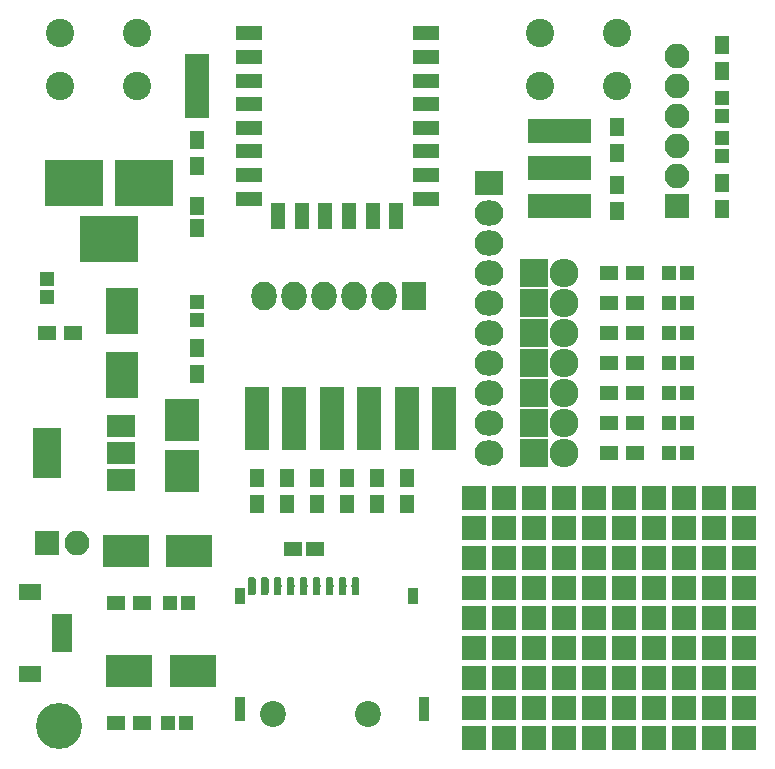
<source format=gbr>
G04 #@! TF.GenerationSoftware,KiCad,Pcbnew,(2016-12-16 revision f631ae2)-makepkg*
G04 #@! TF.CreationDate,2017-02-21T16:59:48-05:00*
G04 #@! TF.ProjectId,orc-esp1,6F72632D657370312E6B696361645F70,1*
G04 #@! TF.FileFunction,Soldermask,Top*
G04 #@! TF.FilePolarity,Negative*
%FSLAX46Y46*%
G04 Gerber Fmt 4.6, Leading zero omitted, Abs format (unit mm)*
G04 Created by KiCad (PCBNEW (2016-12-16 revision f631ae2)-makepkg) date 02/21/17 16:59:48*
%MOMM*%
%LPD*%
G01*
G04 APERTURE LIST*
%ADD10C,0.100000*%
%ADD11R,1.750000X0.800000*%
%ADD12R,1.950000X1.400000*%
%ADD13R,4.900000X3.900120*%
%ADD14C,3.900120*%
%ADD15R,2.100000X2.100000*%
%ADD16O,2.100000X2.100000*%
%ADD17C,2.400000*%
%ADD18R,2.300000X1.300000*%
%ADD19R,1.300000X2.300000*%
%ADD20R,2.400000X1.900000*%
%ADD21R,2.400000X4.200000*%
%ADD22O,2.432000X2.127200*%
%ADD23R,2.432000X2.127200*%
%ADD24R,1.600000X1.150000*%
%ADD25R,1.150000X1.600000*%
%ADD26R,2.900000X3.600000*%
%ADD27R,3.900120X2.701240*%
%ADD28R,2.701240X3.900120*%
%ADD29R,1.197560X1.197560*%
%ADD30R,2.432000X2.432000*%
%ADD31O,2.432000X2.432000*%
%ADD32O,2.127200X2.432000*%
%ADD33R,2.127200X2.432000*%
%ADD34R,1.600000X1.300000*%
%ADD35R,1.300000X1.600000*%
%ADD36R,2.100000X3.600000*%
%ADD37R,2.100000X2.400000*%
%ADD38R,2.400000X2.100000*%
%ADD39R,3.600000X2.100000*%
%ADD40C,0.670000*%
%ADD41R,0.850000X1.400000*%
%ADD42R,0.850000X2.000000*%
%ADD43C,2.200000*%
G04 APERTURE END LIST*
D10*
D11*
X109220000Y-129480000D03*
X109220000Y-130130000D03*
X109220000Y-130780000D03*
X109220000Y-131430000D03*
X109220000Y-132080000D03*
D12*
X106520000Y-127280000D03*
X106520000Y-134280000D03*
D13*
X113205260Y-97409000D03*
X110205520Y-92710000D03*
X116205000Y-92710000D03*
D14*
X108966000Y-138684000D03*
D15*
X167005000Y-139700000D03*
X164465000Y-139700000D03*
X161925000Y-139700000D03*
X159385000Y-139700000D03*
X156845000Y-139700000D03*
X154305000Y-139700000D03*
X151765000Y-139700000D03*
X149225000Y-139700000D03*
X146685000Y-139700000D03*
X144145000Y-139700000D03*
X167005000Y-137160000D03*
X164465000Y-137160000D03*
X161925000Y-137160000D03*
X159385000Y-137160000D03*
X156845000Y-137160000D03*
X154305000Y-137160000D03*
X151765000Y-137160000D03*
X149225000Y-137160000D03*
X146685000Y-137160000D03*
X144145000Y-137160000D03*
X167005000Y-134620000D03*
X164465000Y-134620000D03*
X161925000Y-134620000D03*
X159385000Y-134620000D03*
X156845000Y-134620000D03*
X154305000Y-134620000D03*
X151765000Y-134620000D03*
X149225000Y-134620000D03*
X146685000Y-134620000D03*
X144145000Y-134620000D03*
X167005000Y-132080000D03*
X164465000Y-132080000D03*
X161925000Y-132080000D03*
X159385000Y-132080000D03*
X156845000Y-132080000D03*
X154305000Y-132080000D03*
X151765000Y-132080000D03*
X149225000Y-132080000D03*
X146685000Y-132080000D03*
X144145000Y-132080000D03*
X167005000Y-129540000D03*
X164465000Y-129540000D03*
X161925000Y-129540000D03*
X159385000Y-129540000D03*
X156845000Y-129540000D03*
X154305000Y-129540000D03*
X151765000Y-129540000D03*
X149225000Y-129540000D03*
X146685000Y-129540000D03*
X144145000Y-129540000D03*
X167005000Y-127000000D03*
X164465000Y-127000000D03*
X161925000Y-127000000D03*
X159385000Y-127000000D03*
X156845000Y-127000000D03*
X154305000Y-127000000D03*
X151765000Y-127000000D03*
X149225000Y-127000000D03*
X146685000Y-127000000D03*
X144145000Y-127000000D03*
X167005000Y-124460000D03*
X164465000Y-124460000D03*
X161925000Y-124460000D03*
X159385000Y-124460000D03*
X156845000Y-124460000D03*
X154305000Y-124460000D03*
X151765000Y-124460000D03*
X149225000Y-124460000D03*
X146685000Y-124460000D03*
X144145000Y-124460000D03*
X167005000Y-121920000D03*
X164465000Y-121920000D03*
X161925000Y-121920000D03*
X159385000Y-121920000D03*
X156845000Y-121920000D03*
X154305000Y-121920000D03*
X151765000Y-121920000D03*
X149225000Y-121920000D03*
X146685000Y-121920000D03*
X144145000Y-121920000D03*
X167005000Y-119380000D03*
X164465000Y-119380000D03*
X161925000Y-119380000D03*
X159385000Y-119380000D03*
X156845000Y-119380000D03*
X154305000Y-119380000D03*
X151765000Y-119380000D03*
X149225000Y-119380000D03*
X146685000Y-119380000D03*
X144145000Y-119380000D03*
D16*
X110490000Y-123190000D03*
D15*
X107950000Y-123190000D03*
D16*
X161290000Y-81915000D03*
X161290000Y-84455000D03*
X161290000Y-86995000D03*
X161290000Y-89535000D03*
X161290000Y-92075000D03*
D15*
X161290000Y-94615000D03*
D17*
X156210000Y-80010000D03*
X156210000Y-84510000D03*
X149710000Y-80010000D03*
X149710000Y-84510000D03*
X109070000Y-84455000D03*
X109070000Y-79955000D03*
X115570000Y-84455000D03*
X115570000Y-79955000D03*
D18*
X140025179Y-80010000D03*
X140025179Y-82010000D03*
X140025179Y-84010000D03*
X140025179Y-86010000D03*
X140025179Y-88010000D03*
X140025179Y-90010000D03*
X140025179Y-92010000D03*
X140025179Y-94010000D03*
X125025179Y-94010000D03*
X125025179Y-92010000D03*
X125025179Y-90010000D03*
X125025179Y-88010000D03*
X125025179Y-86010000D03*
X125025179Y-84010000D03*
X125025179Y-82010000D03*
X125025179Y-80010000D03*
D19*
X127525179Y-95510000D03*
X129525179Y-95510000D03*
X131525179Y-95510000D03*
X133525179Y-95510000D03*
X135525179Y-95510000D03*
X137525179Y-95510000D03*
D20*
X114250000Y-117870000D03*
X114250000Y-113270000D03*
X114250000Y-115570000D03*
D21*
X107950000Y-115570000D03*
D22*
X145415000Y-115570000D03*
X145415000Y-113030000D03*
X145415000Y-110490000D03*
X145415000Y-107950000D03*
X145415000Y-105410000D03*
X145415000Y-102870000D03*
X145415000Y-100330000D03*
X145415000Y-97790000D03*
X145415000Y-95250000D03*
D23*
X145415000Y-92710000D03*
D24*
X130678000Y-123698000D03*
X128778000Y-123698000D03*
D25*
X120650000Y-96515000D03*
X120650000Y-94615000D03*
D26*
X119380000Y-117076000D03*
X119380000Y-112776000D03*
D27*
X114614960Y-123825000D03*
X120015000Y-123825000D03*
D28*
X114300000Y-108905040D03*
X114300000Y-103505000D03*
D27*
X114935000Y-133985000D03*
X120335040Y-133985000D03*
D29*
X119735600Y-138430000D03*
X118237000Y-138430000D03*
X107950000Y-102349300D03*
X107950000Y-100850700D03*
X119862600Y-128270000D03*
X118364000Y-128270000D03*
X160655000Y-115570000D03*
X162153600Y-115570000D03*
X162153600Y-113030000D03*
X160655000Y-113030000D03*
X160655000Y-107950000D03*
X162153600Y-107950000D03*
X162153600Y-105410000D03*
X160655000Y-105410000D03*
X160655000Y-102870000D03*
X162153600Y-102870000D03*
X162153600Y-100330000D03*
X160655000Y-100330000D03*
X165100000Y-90398600D03*
X165100000Y-88900000D03*
X165100000Y-86995000D03*
X165100000Y-85496400D03*
X120650000Y-104254300D03*
X120650000Y-102755700D03*
X162153600Y-110490000D03*
X160655000Y-110490000D03*
D30*
X149225000Y-115570000D03*
D31*
X151765000Y-115570000D03*
X151765000Y-110490000D03*
D30*
X149225000Y-110490000D03*
X149225000Y-105410000D03*
D31*
X151765000Y-105410000D03*
X151765000Y-102870000D03*
D30*
X149225000Y-102870000D03*
D31*
X151765000Y-113030000D03*
D30*
X149225000Y-113030000D03*
X149225000Y-100330000D03*
D31*
X151765000Y-100330000D03*
X151765000Y-107950000D03*
D30*
X149225000Y-107950000D03*
D32*
X126365000Y-102235000D03*
X128905000Y-102235000D03*
X131445000Y-102235000D03*
X133985000Y-102235000D03*
X136525000Y-102235000D03*
D33*
X139065000Y-102235000D03*
D34*
X157775000Y-105410000D03*
X155575000Y-105410000D03*
X155575000Y-102870000D03*
X157775000Y-102870000D03*
X157775000Y-100330000D03*
X155575000Y-100330000D03*
D35*
X165100000Y-94910000D03*
X165100000Y-92710000D03*
X165100000Y-83185000D03*
X165100000Y-80985000D03*
X120650000Y-108880000D03*
X120650000Y-106680000D03*
X130810000Y-117645000D03*
X130810000Y-119845000D03*
X125730000Y-119845000D03*
X125730000Y-117645000D03*
X138430000Y-117645000D03*
X138430000Y-119845000D03*
D34*
X155575000Y-110490000D03*
X157775000Y-110490000D03*
X157775000Y-107950000D03*
X155575000Y-107950000D03*
X155575000Y-115570000D03*
X157775000Y-115570000D03*
X157775000Y-113030000D03*
X155575000Y-113030000D03*
X113835000Y-138430000D03*
X116035000Y-138430000D03*
D35*
X128270000Y-117645000D03*
X128270000Y-119845000D03*
X133350000Y-119845000D03*
X133350000Y-117645000D03*
X120650000Y-89070000D03*
X120650000Y-91270000D03*
X156210000Y-92880000D03*
X156210000Y-95080000D03*
X156210000Y-87970000D03*
X156210000Y-90170000D03*
X135890000Y-119845000D03*
X135890000Y-117645000D03*
D34*
X107950000Y-105410000D03*
X110150000Y-105410000D03*
X113835000Y-128270000D03*
X116035000Y-128270000D03*
D36*
X120650000Y-84455000D03*
D37*
X120650000Y-85955000D03*
X120650000Y-82955000D03*
X132080000Y-111125000D03*
X132080000Y-114125000D03*
D36*
X132080000Y-112625000D03*
X125730000Y-112625000D03*
D37*
X125730000Y-114125000D03*
X125730000Y-111125000D03*
X138430000Y-111125000D03*
X138430000Y-114125000D03*
D36*
X138430000Y-112625000D03*
X141605000Y-112625000D03*
D37*
X141605000Y-114125000D03*
X141605000Y-111125000D03*
X128905000Y-111125000D03*
X128905000Y-114125000D03*
D36*
X128905000Y-112625000D03*
X135255000Y-112625000D03*
D37*
X135255000Y-114125000D03*
X135255000Y-111125000D03*
D38*
X152860000Y-88265000D03*
X149860000Y-88265000D03*
D39*
X151360000Y-88265000D03*
X151360000Y-91440000D03*
D38*
X149860000Y-91440000D03*
X152860000Y-91440000D03*
X149860000Y-94615000D03*
X152860000Y-94615000D03*
D39*
X151360000Y-94615000D03*
D10*
G36*
X125463918Y-126085807D02*
X125480178Y-126088218D01*
X125496123Y-126092212D01*
X125511599Y-126097750D01*
X125526459Y-126104778D01*
X125540558Y-126113229D01*
X125553761Y-126123021D01*
X125565940Y-126134060D01*
X125576979Y-126146239D01*
X125586771Y-126159442D01*
X125595222Y-126173541D01*
X125602250Y-126188401D01*
X125607788Y-126203877D01*
X125611782Y-126219822D01*
X125614193Y-126236082D01*
X125615000Y-126252500D01*
X125615000Y-127417500D01*
X125614193Y-127433918D01*
X125611782Y-127450178D01*
X125607788Y-127466123D01*
X125602250Y-127481599D01*
X125595222Y-127496459D01*
X125586771Y-127510558D01*
X125576979Y-127523761D01*
X125565940Y-127535940D01*
X125553761Y-127546979D01*
X125540558Y-127556771D01*
X125526459Y-127565222D01*
X125511599Y-127572250D01*
X125496123Y-127577788D01*
X125480178Y-127581782D01*
X125463918Y-127584193D01*
X125447500Y-127585000D01*
X125112500Y-127585000D01*
X125096082Y-127584193D01*
X125079822Y-127581782D01*
X125063877Y-127577788D01*
X125048401Y-127572250D01*
X125033541Y-127565222D01*
X125019442Y-127556771D01*
X125006239Y-127546979D01*
X124994060Y-127535940D01*
X124983021Y-127523761D01*
X124973229Y-127510558D01*
X124964778Y-127496459D01*
X124957750Y-127481599D01*
X124952212Y-127466123D01*
X124948218Y-127450178D01*
X124945807Y-127433918D01*
X124945000Y-127417500D01*
X124945000Y-126252500D01*
X124945807Y-126236082D01*
X124948218Y-126219822D01*
X124952212Y-126203877D01*
X124957750Y-126188401D01*
X124964778Y-126173541D01*
X124973229Y-126159442D01*
X124983021Y-126146239D01*
X124994060Y-126134060D01*
X125006239Y-126123021D01*
X125019442Y-126113229D01*
X125033541Y-126104778D01*
X125048401Y-126097750D01*
X125063877Y-126092212D01*
X125079822Y-126088218D01*
X125096082Y-126085807D01*
X125112500Y-126085000D01*
X125447500Y-126085000D01*
X125463918Y-126085807D01*
X125463918Y-126085807D01*
G37*
D40*
X125280000Y-126835000D03*
D41*
X124280000Y-127635000D03*
X138980000Y-127635000D03*
D42*
X124280000Y-137235000D03*
X139880000Y-137235000D03*
D10*
G36*
X126563918Y-126085807D02*
X126580178Y-126088218D01*
X126596123Y-126092212D01*
X126611599Y-126097750D01*
X126626459Y-126104778D01*
X126640558Y-126113229D01*
X126653761Y-126123021D01*
X126665940Y-126134060D01*
X126676979Y-126146239D01*
X126686771Y-126159442D01*
X126695222Y-126173541D01*
X126702250Y-126188401D01*
X126707788Y-126203877D01*
X126711782Y-126219822D01*
X126714193Y-126236082D01*
X126715000Y-126252500D01*
X126715000Y-127417500D01*
X126714193Y-127433918D01*
X126711782Y-127450178D01*
X126707788Y-127466123D01*
X126702250Y-127481599D01*
X126695222Y-127496459D01*
X126686771Y-127510558D01*
X126676979Y-127523761D01*
X126665940Y-127535940D01*
X126653761Y-127546979D01*
X126640558Y-127556771D01*
X126626459Y-127565222D01*
X126611599Y-127572250D01*
X126596123Y-127577788D01*
X126580178Y-127581782D01*
X126563918Y-127584193D01*
X126547500Y-127585000D01*
X126212500Y-127585000D01*
X126196082Y-127584193D01*
X126179822Y-127581782D01*
X126163877Y-127577788D01*
X126148401Y-127572250D01*
X126133541Y-127565222D01*
X126119442Y-127556771D01*
X126106239Y-127546979D01*
X126094060Y-127535940D01*
X126083021Y-127523761D01*
X126073229Y-127510558D01*
X126064778Y-127496459D01*
X126057750Y-127481599D01*
X126052212Y-127466123D01*
X126048218Y-127450178D01*
X126045807Y-127433918D01*
X126045000Y-127417500D01*
X126045000Y-126252500D01*
X126045807Y-126236082D01*
X126048218Y-126219822D01*
X126052212Y-126203877D01*
X126057750Y-126188401D01*
X126064778Y-126173541D01*
X126073229Y-126159442D01*
X126083021Y-126146239D01*
X126094060Y-126134060D01*
X126106239Y-126123021D01*
X126119442Y-126113229D01*
X126133541Y-126104778D01*
X126148401Y-126097750D01*
X126163877Y-126092212D01*
X126179822Y-126088218D01*
X126196082Y-126085807D01*
X126212500Y-126085000D01*
X126547500Y-126085000D01*
X126563918Y-126085807D01*
X126563918Y-126085807D01*
G37*
D40*
X126380000Y-126835000D03*
D10*
G36*
X127663918Y-126085807D02*
X127680178Y-126088218D01*
X127696123Y-126092212D01*
X127711599Y-126097750D01*
X127726459Y-126104778D01*
X127740558Y-126113229D01*
X127753761Y-126123021D01*
X127765940Y-126134060D01*
X127776979Y-126146239D01*
X127786771Y-126159442D01*
X127795222Y-126173541D01*
X127802250Y-126188401D01*
X127807788Y-126203877D01*
X127811782Y-126219822D01*
X127814193Y-126236082D01*
X127815000Y-126252500D01*
X127815000Y-127417500D01*
X127814193Y-127433918D01*
X127811782Y-127450178D01*
X127807788Y-127466123D01*
X127802250Y-127481599D01*
X127795222Y-127496459D01*
X127786771Y-127510558D01*
X127776979Y-127523761D01*
X127765940Y-127535940D01*
X127753761Y-127546979D01*
X127740558Y-127556771D01*
X127726459Y-127565222D01*
X127711599Y-127572250D01*
X127696123Y-127577788D01*
X127680178Y-127581782D01*
X127663918Y-127584193D01*
X127647500Y-127585000D01*
X127312500Y-127585000D01*
X127296082Y-127584193D01*
X127279822Y-127581782D01*
X127263877Y-127577788D01*
X127248401Y-127572250D01*
X127233541Y-127565222D01*
X127219442Y-127556771D01*
X127206239Y-127546979D01*
X127194060Y-127535940D01*
X127183021Y-127523761D01*
X127173229Y-127510558D01*
X127164778Y-127496459D01*
X127157750Y-127481599D01*
X127152212Y-127466123D01*
X127148218Y-127450178D01*
X127145807Y-127433918D01*
X127145000Y-127417500D01*
X127145000Y-126252500D01*
X127145807Y-126236082D01*
X127148218Y-126219822D01*
X127152212Y-126203877D01*
X127157750Y-126188401D01*
X127164778Y-126173541D01*
X127173229Y-126159442D01*
X127183021Y-126146239D01*
X127194060Y-126134060D01*
X127206239Y-126123021D01*
X127219442Y-126113229D01*
X127233541Y-126104778D01*
X127248401Y-126097750D01*
X127263877Y-126092212D01*
X127279822Y-126088218D01*
X127296082Y-126085807D01*
X127312500Y-126085000D01*
X127647500Y-126085000D01*
X127663918Y-126085807D01*
X127663918Y-126085807D01*
G37*
D40*
X127480000Y-126835000D03*
D10*
G36*
X128763918Y-126085807D02*
X128780178Y-126088218D01*
X128796123Y-126092212D01*
X128811599Y-126097750D01*
X128826459Y-126104778D01*
X128840558Y-126113229D01*
X128853761Y-126123021D01*
X128865940Y-126134060D01*
X128876979Y-126146239D01*
X128886771Y-126159442D01*
X128895222Y-126173541D01*
X128902250Y-126188401D01*
X128907788Y-126203877D01*
X128911782Y-126219822D01*
X128914193Y-126236082D01*
X128915000Y-126252500D01*
X128915000Y-127417500D01*
X128914193Y-127433918D01*
X128911782Y-127450178D01*
X128907788Y-127466123D01*
X128902250Y-127481599D01*
X128895222Y-127496459D01*
X128886771Y-127510558D01*
X128876979Y-127523761D01*
X128865940Y-127535940D01*
X128853761Y-127546979D01*
X128840558Y-127556771D01*
X128826459Y-127565222D01*
X128811599Y-127572250D01*
X128796123Y-127577788D01*
X128780178Y-127581782D01*
X128763918Y-127584193D01*
X128747500Y-127585000D01*
X128412500Y-127585000D01*
X128396082Y-127584193D01*
X128379822Y-127581782D01*
X128363877Y-127577788D01*
X128348401Y-127572250D01*
X128333541Y-127565222D01*
X128319442Y-127556771D01*
X128306239Y-127546979D01*
X128294060Y-127535940D01*
X128283021Y-127523761D01*
X128273229Y-127510558D01*
X128264778Y-127496459D01*
X128257750Y-127481599D01*
X128252212Y-127466123D01*
X128248218Y-127450178D01*
X128245807Y-127433918D01*
X128245000Y-127417500D01*
X128245000Y-126252500D01*
X128245807Y-126236082D01*
X128248218Y-126219822D01*
X128252212Y-126203877D01*
X128257750Y-126188401D01*
X128264778Y-126173541D01*
X128273229Y-126159442D01*
X128283021Y-126146239D01*
X128294060Y-126134060D01*
X128306239Y-126123021D01*
X128319442Y-126113229D01*
X128333541Y-126104778D01*
X128348401Y-126097750D01*
X128363877Y-126092212D01*
X128379822Y-126088218D01*
X128396082Y-126085807D01*
X128412500Y-126085000D01*
X128747500Y-126085000D01*
X128763918Y-126085807D01*
X128763918Y-126085807D01*
G37*
D40*
X128580000Y-126835000D03*
D10*
G36*
X129863918Y-126085807D02*
X129880178Y-126088218D01*
X129896123Y-126092212D01*
X129911599Y-126097750D01*
X129926459Y-126104778D01*
X129940558Y-126113229D01*
X129953761Y-126123021D01*
X129965940Y-126134060D01*
X129976979Y-126146239D01*
X129986771Y-126159442D01*
X129995222Y-126173541D01*
X130002250Y-126188401D01*
X130007788Y-126203877D01*
X130011782Y-126219822D01*
X130014193Y-126236082D01*
X130015000Y-126252500D01*
X130015000Y-127417500D01*
X130014193Y-127433918D01*
X130011782Y-127450178D01*
X130007788Y-127466123D01*
X130002250Y-127481599D01*
X129995222Y-127496459D01*
X129986771Y-127510558D01*
X129976979Y-127523761D01*
X129965940Y-127535940D01*
X129953761Y-127546979D01*
X129940558Y-127556771D01*
X129926459Y-127565222D01*
X129911599Y-127572250D01*
X129896123Y-127577788D01*
X129880178Y-127581782D01*
X129863918Y-127584193D01*
X129847500Y-127585000D01*
X129512500Y-127585000D01*
X129496082Y-127584193D01*
X129479822Y-127581782D01*
X129463877Y-127577788D01*
X129448401Y-127572250D01*
X129433541Y-127565222D01*
X129419442Y-127556771D01*
X129406239Y-127546979D01*
X129394060Y-127535940D01*
X129383021Y-127523761D01*
X129373229Y-127510558D01*
X129364778Y-127496459D01*
X129357750Y-127481599D01*
X129352212Y-127466123D01*
X129348218Y-127450178D01*
X129345807Y-127433918D01*
X129345000Y-127417500D01*
X129345000Y-126252500D01*
X129345807Y-126236082D01*
X129348218Y-126219822D01*
X129352212Y-126203877D01*
X129357750Y-126188401D01*
X129364778Y-126173541D01*
X129373229Y-126159442D01*
X129383021Y-126146239D01*
X129394060Y-126134060D01*
X129406239Y-126123021D01*
X129419442Y-126113229D01*
X129433541Y-126104778D01*
X129448401Y-126097750D01*
X129463877Y-126092212D01*
X129479822Y-126088218D01*
X129496082Y-126085807D01*
X129512500Y-126085000D01*
X129847500Y-126085000D01*
X129863918Y-126085807D01*
X129863918Y-126085807D01*
G37*
D40*
X129680000Y-126835000D03*
D10*
G36*
X130963918Y-126085807D02*
X130980178Y-126088218D01*
X130996123Y-126092212D01*
X131011599Y-126097750D01*
X131026459Y-126104778D01*
X131040558Y-126113229D01*
X131053761Y-126123021D01*
X131065940Y-126134060D01*
X131076979Y-126146239D01*
X131086771Y-126159442D01*
X131095222Y-126173541D01*
X131102250Y-126188401D01*
X131107788Y-126203877D01*
X131111782Y-126219822D01*
X131114193Y-126236082D01*
X131115000Y-126252500D01*
X131115000Y-127417500D01*
X131114193Y-127433918D01*
X131111782Y-127450178D01*
X131107788Y-127466123D01*
X131102250Y-127481599D01*
X131095222Y-127496459D01*
X131086771Y-127510558D01*
X131076979Y-127523761D01*
X131065940Y-127535940D01*
X131053761Y-127546979D01*
X131040558Y-127556771D01*
X131026459Y-127565222D01*
X131011599Y-127572250D01*
X130996123Y-127577788D01*
X130980178Y-127581782D01*
X130963918Y-127584193D01*
X130947500Y-127585000D01*
X130612500Y-127585000D01*
X130596082Y-127584193D01*
X130579822Y-127581782D01*
X130563877Y-127577788D01*
X130548401Y-127572250D01*
X130533541Y-127565222D01*
X130519442Y-127556771D01*
X130506239Y-127546979D01*
X130494060Y-127535940D01*
X130483021Y-127523761D01*
X130473229Y-127510558D01*
X130464778Y-127496459D01*
X130457750Y-127481599D01*
X130452212Y-127466123D01*
X130448218Y-127450178D01*
X130445807Y-127433918D01*
X130445000Y-127417500D01*
X130445000Y-126252500D01*
X130445807Y-126236082D01*
X130448218Y-126219822D01*
X130452212Y-126203877D01*
X130457750Y-126188401D01*
X130464778Y-126173541D01*
X130473229Y-126159442D01*
X130483021Y-126146239D01*
X130494060Y-126134060D01*
X130506239Y-126123021D01*
X130519442Y-126113229D01*
X130533541Y-126104778D01*
X130548401Y-126097750D01*
X130563877Y-126092212D01*
X130579822Y-126088218D01*
X130596082Y-126085807D01*
X130612500Y-126085000D01*
X130947500Y-126085000D01*
X130963918Y-126085807D01*
X130963918Y-126085807D01*
G37*
D40*
X130780000Y-126835000D03*
D10*
G36*
X132063918Y-126085807D02*
X132080178Y-126088218D01*
X132096123Y-126092212D01*
X132111599Y-126097750D01*
X132126459Y-126104778D01*
X132140558Y-126113229D01*
X132153761Y-126123021D01*
X132165940Y-126134060D01*
X132176979Y-126146239D01*
X132186771Y-126159442D01*
X132195222Y-126173541D01*
X132202250Y-126188401D01*
X132207788Y-126203877D01*
X132211782Y-126219822D01*
X132214193Y-126236082D01*
X132215000Y-126252500D01*
X132215000Y-127417500D01*
X132214193Y-127433918D01*
X132211782Y-127450178D01*
X132207788Y-127466123D01*
X132202250Y-127481599D01*
X132195222Y-127496459D01*
X132186771Y-127510558D01*
X132176979Y-127523761D01*
X132165940Y-127535940D01*
X132153761Y-127546979D01*
X132140558Y-127556771D01*
X132126459Y-127565222D01*
X132111599Y-127572250D01*
X132096123Y-127577788D01*
X132080178Y-127581782D01*
X132063918Y-127584193D01*
X132047500Y-127585000D01*
X131712500Y-127585000D01*
X131696082Y-127584193D01*
X131679822Y-127581782D01*
X131663877Y-127577788D01*
X131648401Y-127572250D01*
X131633541Y-127565222D01*
X131619442Y-127556771D01*
X131606239Y-127546979D01*
X131594060Y-127535940D01*
X131583021Y-127523761D01*
X131573229Y-127510558D01*
X131564778Y-127496459D01*
X131557750Y-127481599D01*
X131552212Y-127466123D01*
X131548218Y-127450178D01*
X131545807Y-127433918D01*
X131545000Y-127417500D01*
X131545000Y-126252500D01*
X131545807Y-126236082D01*
X131548218Y-126219822D01*
X131552212Y-126203877D01*
X131557750Y-126188401D01*
X131564778Y-126173541D01*
X131573229Y-126159442D01*
X131583021Y-126146239D01*
X131594060Y-126134060D01*
X131606239Y-126123021D01*
X131619442Y-126113229D01*
X131633541Y-126104778D01*
X131648401Y-126097750D01*
X131663877Y-126092212D01*
X131679822Y-126088218D01*
X131696082Y-126085807D01*
X131712500Y-126085000D01*
X132047500Y-126085000D01*
X132063918Y-126085807D01*
X132063918Y-126085807D01*
G37*
D40*
X131880000Y-126835000D03*
D10*
G36*
X133163918Y-126085807D02*
X133180178Y-126088218D01*
X133196123Y-126092212D01*
X133211599Y-126097750D01*
X133226459Y-126104778D01*
X133240558Y-126113229D01*
X133253761Y-126123021D01*
X133265940Y-126134060D01*
X133276979Y-126146239D01*
X133286771Y-126159442D01*
X133295222Y-126173541D01*
X133302250Y-126188401D01*
X133307788Y-126203877D01*
X133311782Y-126219822D01*
X133314193Y-126236082D01*
X133315000Y-126252500D01*
X133315000Y-127417500D01*
X133314193Y-127433918D01*
X133311782Y-127450178D01*
X133307788Y-127466123D01*
X133302250Y-127481599D01*
X133295222Y-127496459D01*
X133286771Y-127510558D01*
X133276979Y-127523761D01*
X133265940Y-127535940D01*
X133253761Y-127546979D01*
X133240558Y-127556771D01*
X133226459Y-127565222D01*
X133211599Y-127572250D01*
X133196123Y-127577788D01*
X133180178Y-127581782D01*
X133163918Y-127584193D01*
X133147500Y-127585000D01*
X132812500Y-127585000D01*
X132796082Y-127584193D01*
X132779822Y-127581782D01*
X132763877Y-127577788D01*
X132748401Y-127572250D01*
X132733541Y-127565222D01*
X132719442Y-127556771D01*
X132706239Y-127546979D01*
X132694060Y-127535940D01*
X132683021Y-127523761D01*
X132673229Y-127510558D01*
X132664778Y-127496459D01*
X132657750Y-127481599D01*
X132652212Y-127466123D01*
X132648218Y-127450178D01*
X132645807Y-127433918D01*
X132645000Y-127417500D01*
X132645000Y-126252500D01*
X132645807Y-126236082D01*
X132648218Y-126219822D01*
X132652212Y-126203877D01*
X132657750Y-126188401D01*
X132664778Y-126173541D01*
X132673229Y-126159442D01*
X132683021Y-126146239D01*
X132694060Y-126134060D01*
X132706239Y-126123021D01*
X132719442Y-126113229D01*
X132733541Y-126104778D01*
X132748401Y-126097750D01*
X132763877Y-126092212D01*
X132779822Y-126088218D01*
X132796082Y-126085807D01*
X132812500Y-126085000D01*
X133147500Y-126085000D01*
X133163918Y-126085807D01*
X133163918Y-126085807D01*
G37*
D40*
X132980000Y-126835000D03*
D10*
G36*
X134263918Y-126085807D02*
X134280178Y-126088218D01*
X134296123Y-126092212D01*
X134311599Y-126097750D01*
X134326459Y-126104778D01*
X134340558Y-126113229D01*
X134353761Y-126123021D01*
X134365940Y-126134060D01*
X134376979Y-126146239D01*
X134386771Y-126159442D01*
X134395222Y-126173541D01*
X134402250Y-126188401D01*
X134407788Y-126203877D01*
X134411782Y-126219822D01*
X134414193Y-126236082D01*
X134415000Y-126252500D01*
X134415000Y-127417500D01*
X134414193Y-127433918D01*
X134411782Y-127450178D01*
X134407788Y-127466123D01*
X134402250Y-127481599D01*
X134395222Y-127496459D01*
X134386771Y-127510558D01*
X134376979Y-127523761D01*
X134365940Y-127535940D01*
X134353761Y-127546979D01*
X134340558Y-127556771D01*
X134326459Y-127565222D01*
X134311599Y-127572250D01*
X134296123Y-127577788D01*
X134280178Y-127581782D01*
X134263918Y-127584193D01*
X134247500Y-127585000D01*
X133912500Y-127585000D01*
X133896082Y-127584193D01*
X133879822Y-127581782D01*
X133863877Y-127577788D01*
X133848401Y-127572250D01*
X133833541Y-127565222D01*
X133819442Y-127556771D01*
X133806239Y-127546979D01*
X133794060Y-127535940D01*
X133783021Y-127523761D01*
X133773229Y-127510558D01*
X133764778Y-127496459D01*
X133757750Y-127481599D01*
X133752212Y-127466123D01*
X133748218Y-127450178D01*
X133745807Y-127433918D01*
X133745000Y-127417500D01*
X133745000Y-126252500D01*
X133745807Y-126236082D01*
X133748218Y-126219822D01*
X133752212Y-126203877D01*
X133757750Y-126188401D01*
X133764778Y-126173541D01*
X133773229Y-126159442D01*
X133783021Y-126146239D01*
X133794060Y-126134060D01*
X133806239Y-126123021D01*
X133819442Y-126113229D01*
X133833541Y-126104778D01*
X133848401Y-126097750D01*
X133863877Y-126092212D01*
X133879822Y-126088218D01*
X133896082Y-126085807D01*
X133912500Y-126085000D01*
X134247500Y-126085000D01*
X134263918Y-126085807D01*
X134263918Y-126085807D01*
G37*
D40*
X134080000Y-126835000D03*
D43*
X135130000Y-137635000D03*
X127130000Y-137635000D03*
M02*

</source>
